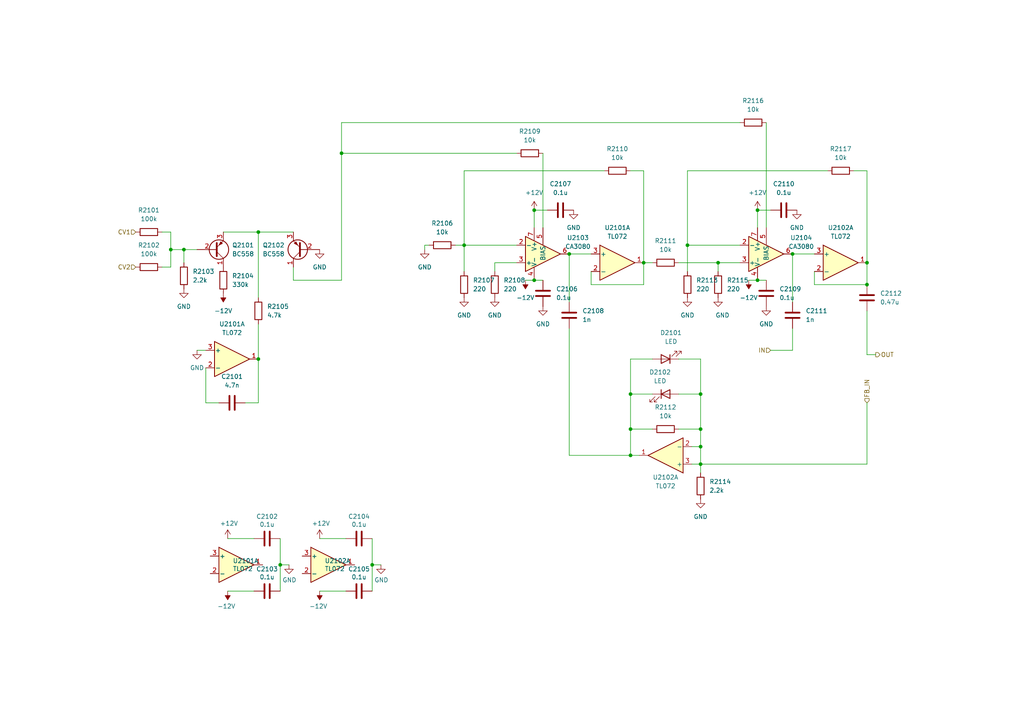
<source format=kicad_sch>
(kicad_sch (version 20211123) (generator eeschema)
  (paper "A4")
  (lib_symbols
    (symbol "Amplifier_Operational:CA3080" (pin_names (offset 0.127))
      (property "Reference" "U" (at 1.27 3.81 0))
      (property "Value" "CA3080" (at 1.27 -3.81 0))
      (symbol "CA3080_0_1"
        (polyline (pts (xy 5.08 0) (xy -5.08 -5.08) (xy -5.08 5.08) (xy 5.08 0)) (stroke (width 0.254)) (fill (type background)))
      )
      (symbol "CA3080_1_1"
        (pin no_connect line (at -2.54 2.54 270) (length 2.54) hide (name "NC") (number "1"))
        (pin input line (at -7.62 2.54 0) (length 2.54) (name "-") (number "2"))
        (pin input line (at -7.62 -2.54 0) (length 2.54) (name "+") (number "3"))
        (pin power_in line (at -2.54 -7.62 90) (length 3.81) (name "V-") (number "4"))
        (pin passive line (at 0 7.62 270) (length 5.08) (name "BIAS") (number "5"))
        (pin output line (at 7.62 0 180) (length 2.54) (name "~") (number "6"))
        (pin power_in line (at -2.54 7.62 270) (length 3.81) (name "V+") (number "7"))
        (pin no_connect line (at 0 2.54 270) (length 2.54) hide (name "NC") (number "8"))
      )
    )
    (symbol "Amplifier_Operational:TL072" (pin_names (offset 0.127))
      (property "Reference" "U" (at 0 5.08 0))
      (property "Value" "TL072" (at 0 -5.08 0))
      (symbol "TL072_1_1"
        (polyline (pts (xy -5.08 5.08) (xy 5.08 0) (xy -5.08 -5.08) (xy -5.08 5.08)) (stroke (width 0.254)) (fill (type background)))
        (pin output line (at 7.62 0 180) (length 2.54) (name "~") (number "1"))
        (pin input line (at -7.62 -2.54 0) (length 2.54) (name "-") (number "2"))
        (pin input line (at -7.62 2.54 0) (length 2.54) (name "+") (number "3"))
      )
      (symbol "TL072_2_1"
        (polyline (pts (xy -5.08 5.08) (xy 5.08 0) (xy -5.08 -5.08) (xy -5.08 5.08)) (stroke (width 0.254)) (fill (type background)))
        (pin input line (at -7.62 2.54 0) (length 2.54) (name "+") (number "5"))
        (pin input line (at -7.62 -2.54 0) (length 2.54) (name "-") (number "6"))
        (pin output line (at 7.62 0 180) (length 2.54) (name "~") (number "7"))
      )
      (symbol "TL072_3_1"
        (pin power_in line (at -2.54 -7.62 90) (length 3.81) (name "V-") (number "4"))
        (pin power_in line (at -2.54 7.62 270) (length 3.81) (name "V+") (number "8"))
      )
    )
    (symbol "Device:C" (pin_numbers hide) (pin_names (offset 0.254))
      (property "Reference" "C" (at 0.635 2.54 0))
      (property "Value" "C" (at 0.635 -2.54 0))
      (symbol "C_0_1"
        (polyline (pts (xy -2.032 -0.762) (xy 2.032 -0.762)) (stroke (width 0.508)))
        (polyline (pts (xy -2.032 0.762) (xy 2.032 0.762)) (stroke (width 0.508)))
      )
      (symbol "C_1_1"
        (pin passive line (at 0 3.81 270) (length 2.794) (name "~") (number "1"))
        (pin passive line (at 0 -3.81 90) (length 2.794) (name "~") (number "2"))
      )
    )
    (symbol "Device:LED" (pin_numbers hide) (pin_names (offset 1.016) hide)
      (property "Reference" "D" (at 0 2.54 0))
      (property "Value" "LED" (at 0 -2.54 0))
      (symbol "LED_0_1"
        (polyline (pts (xy -1.27 -1.27) (xy -1.27 1.27)) (stroke (width 0.254)))
        (polyline (pts (xy -1.27 0) (xy 1.27 0)))
        (polyline (pts (xy 1.27 -1.27) (xy 1.27 1.27) (xy -1.27 0) (xy 1.27 -1.27)) (stroke (width 0.254)))
        (polyline (pts (xy -3.048 -0.762) (xy -4.572 -2.286) (xy -3.81 -2.286) (xy -4.572 -2.286) (xy -4.572 -1.524)))
        (polyline (pts (xy -1.778 -0.762) (xy -3.302 -2.286) (xy -2.54 -2.286) (xy -3.302 -2.286) (xy -3.302 -1.524)))
      )
      (symbol "LED_1_1"
        (pin passive line (at -3.81 0 0) (length 2.54) (name "K") (number "1"))
        (pin passive line (at 3.81 0 180) (length 2.54) (name "A") (number "2"))
      )
    )
    (symbol "Device:R" (pin_numbers hide) (pin_names (offset 0))
      (property "Reference" "R" (at 2.032 0 90))
      (property "Value" "R" (at 0 0 90))
      (symbol "R_0_1"
        (rectangle (start -1.016 -2.54) (end 1.016 2.54) (stroke (width 0.254)))
      )
      (symbol "R_1_1"
        (pin passive line (at 0 3.81 270) (length 1.27) (name "~") (number "1"))
        (pin passive line (at 0 -3.81 90) (length 1.27) (name "~") (number "2"))
      )
    )
    (symbol "Transistor_BJT:BC558" (pin_names (offset 0) hide)
      (property "Reference" "Q" (at 5.08 1.905 0))
      (property "Value" "BC558" (at 5.08 0 0))
      (symbol "BC558_0_1"
        (polyline (pts (xy 0.635 0.635) (xy 2.54 2.54)))
        (polyline (pts (xy 0.635 -0.635) (xy 2.54 -2.54) (xy 2.54 -2.54)))
        (polyline (pts (xy 0.635 1.905) (xy 0.635 -1.905) (xy 0.635 -1.905)) (stroke (width 0.508)))
        (polyline (pts (xy 2.286 -1.778) (xy 1.778 -2.286) (xy 1.27 -1.27) (xy 2.286 -1.778) (xy 2.286 -1.778)) (fill (type outline)))
        (circle (center 1.27 0) (radius 2.8194) (stroke (width 0.254)))
      )
      (symbol "BC558_1_1"
        (pin passive line (at 2.54 5.08 270) (length 2.54) (name "C") (number "1"))
        (pin input line (at -5.08 0 0) (length 5.715) (name "B") (number "2"))
        (pin passive line (at 2.54 -5.08 90) (length 2.54) (name "E") (number "3"))
      )
    )
    (symbol "power:+12V" (power) (pin_names (offset 0))
      (property "Value" "+12V" (at 0 3.556 0))
      (symbol "+12V_0_1"
        (polyline (pts (xy -0.762 1.27) (xy 0 2.54)))
        (polyline (pts (xy 0 0) (xy 0 2.54)))
        (polyline (pts (xy 0 2.54) (xy 0.762 1.27)))
      )
      (symbol "+12V_1_1"
        (pin power_in line (at 0 0 90) (length 0) hide (name "+12V") (number "1"))
      )
    )
    (symbol "power:-12V" (power) (pin_names (offset 0))
      (property "Value" "-12V" (at 0 3.81 0))
      (symbol "-12V_0_0"
        (pin power_in line (at 0 0 90) (length 0) hide (name "-12V") (number "1"))
      )
      (symbol "-12V_0_1"
        (polyline (pts (xy 0 0) (xy 0 1.27) (xy 0.762 1.27) (xy 0 2.54) (xy -0.762 1.27) (xy 0 1.27)) (fill (type outline)))
      )
    )
    (symbol "power:GND" (power) (pin_names (offset 0))
      (property "Value" "GND" (at 0 -3.81 0))
      (symbol "GND_0_1"
        (polyline (pts (xy 0 0) (xy 0 -1.27) (xy 1.27 -1.27) (xy 0 -2.54) (xy -1.27 -1.27) (xy 0 -1.27)))
      )
      (symbol "GND_1_1"
        (pin power_in line (at 0 0 270) (length 0) hide (name "GND") (number "1"))
      )
    )
  )
  (junction (at 154.94 60.96))
  (junction (at 49.53 72.39))
  (junction (at 165.1 73.66))
  (junction (at 99.06 44.45))
  (junction (at 182.88 124.46))
  (junction (at 53.34 72.39))
  (junction (at 219.71 81.28))
  (junction (at 251.46 82.55))
  (junction (at 203.2 134.62))
  (junction (at 186.69 76.2))
  (junction (at 199.39 71.12))
  (junction (at 182.88 114.3))
  (junction (at 74.93 104.14))
  (junction (at 251.46 76.2))
  (junction (at 203.2 114.3))
  (junction (at 219.71 60.96))
  (junction (at 74.93 67.31))
  (junction (at 81.28 163.83))
  (junction (at 134.62 71.12))
  (junction (at 182.88 132.08))
  (junction (at 208.28 76.2))
  (junction (at 107.95 163.83))
  (junction (at 203.2 124.46))
  (junction (at 203.2 129.54))
  (junction (at 154.94 81.28))
  (junction (at 229.87 73.66))
  (wire (pts (xy 143.51 78.74) (xy 143.51 76.2)))
  (wire (pts (xy 49.53 77.47) (xy 46.99 77.47)))
  (wire (pts (xy 134.62 71.12) (xy 134.62 78.74)))
  (wire (pts (xy 203.2 129.54) (xy 203.2 134.62)))
  (wire (pts (xy 53.34 76.2) (xy 53.34 72.39)))
  (wire (pts (xy 251.46 49.53) (xy 251.46 76.2)))
  (wire (pts (xy 208.28 76.2) (xy 214.63 76.2)))
  (wire (pts (xy 85.09 77.47) (xy 85.09 81.28)))
  (wire (pts (xy 251.46 82.55) (xy 251.46 76.2)))
  (wire (pts (xy 251.46 116.84) (xy 251.46 134.62)))
  (wire (pts (xy 223.52 60.96) (xy 219.71 60.96)))
  (wire (pts (xy 59.69 116.84) (xy 63.5 116.84)))
  (wire (pts (xy 171.45 78.74) (xy 171.45 82.55)))
  (wire (pts (xy 229.87 101.6) (xy 223.52 101.6)))
  (wire (pts (xy 222.25 35.56) (xy 222.25 66.04)))
  (wire (pts (xy 152.4 81.28) (xy 154.94 81.28)))
  (wire (pts (xy 154.94 60.96) (xy 154.94 66.04)))
  (wire (pts (xy 100.33 156.21) (xy 92.71 156.21)))
  (wire (pts (xy 99.06 81.28) (xy 99.06 44.45)))
  (wire (pts (xy 199.39 71.12) (xy 214.63 71.12)))
  (wire (pts (xy 165.1 73.66) (xy 165.1 87.63)))
  (wire (pts (xy 214.63 35.56) (xy 99.06 35.56)))
  (wire (pts (xy 186.69 82.55) (xy 186.69 76.2)))
  (wire (pts (xy 186.69 49.53) (xy 186.69 76.2)))
  (wire (pts (xy 217.17 81.28) (xy 219.71 81.28)))
  (wire (pts (xy 229.87 73.66) (xy 229.87 87.63)))
  (wire (pts (xy 71.12 116.84) (xy 74.93 116.84)))
  (wire (pts (xy 154.94 81.28) (xy 157.48 81.28)))
  (wire (pts (xy 203.2 114.3) (xy 203.2 124.46)))
  (wire (pts (xy 196.85 114.3) (xy 203.2 114.3)))
  (wire (pts (xy 134.62 49.53) (xy 134.62 71.12)))
  (wire (pts (xy 66.04 171.45) (xy 73.66 171.45)))
  (wire (pts (xy 229.87 73.66) (xy 236.22 73.66)))
  (wire (pts (xy 236.22 82.55) (xy 251.46 82.55)))
  (wire (pts (xy 99.06 35.56) (xy 99.06 44.45)))
  (wire (pts (xy 73.66 156.21) (xy 66.04 156.21)))
  (wire (pts (xy 251.46 134.62) (xy 203.2 134.62)))
  (wire (pts (xy 182.88 104.14) (xy 189.23 104.14)))
  (wire (pts (xy 57.15 101.6) (xy 59.69 101.6)))
  (wire (pts (xy 74.93 116.84) (xy 74.93 104.14)))
  (wire (pts (xy 229.87 95.25) (xy 229.87 101.6)))
  (wire (pts (xy 165.1 95.25) (xy 165.1 132.08)))
  (wire (pts (xy 107.95 156.21) (xy 107.95 163.83)))
  (wire (pts (xy 165.1 132.08) (xy 182.88 132.08)))
  (wire (pts (xy 85.09 81.28) (xy 99.06 81.28)))
  (wire (pts (xy 182.88 49.53) (xy 186.69 49.53)))
  (wire (pts (xy 171.45 82.55) (xy 186.69 82.55)))
  (wire (pts (xy 203.2 129.54) (xy 200.66 129.54)))
  (wire (pts (xy 81.28 156.21) (xy 81.28 163.83)))
  (wire (pts (xy 143.51 76.2) (xy 149.86 76.2)))
  (wire (pts (xy 74.93 67.31) (xy 85.09 67.31)))
  (wire (pts (xy 240.03 49.53) (xy 199.39 49.53)))
  (wire (pts (xy 182.88 124.46) (xy 182.88 132.08)))
  (wire (pts (xy 81.28 163.83) (xy 81.28 171.45)))
  (wire (pts (xy 203.2 134.62) (xy 203.2 137.16)))
  (wire (pts (xy 81.28 163.83) (xy 83.82 163.83)))
  (wire (pts (xy 175.26 49.53) (xy 134.62 49.53)))
  (wire (pts (xy 196.85 124.46) (xy 203.2 124.46)))
  (wire (pts (xy 208.28 78.74) (xy 208.28 76.2)))
  (wire (pts (xy 196.85 76.2) (xy 208.28 76.2)))
  (wire (pts (xy 203.2 104.14) (xy 203.2 114.3)))
  (wire (pts (xy 189.23 76.2) (xy 186.69 76.2)))
  (wire (pts (xy 59.69 106.68) (xy 59.69 116.84)))
  (wire (pts (xy 182.88 104.14) (xy 182.88 114.3)))
  (wire (pts (xy 132.08 71.12) (xy 134.62 71.12)))
  (wire (pts (xy 165.1 73.66) (xy 171.45 73.66)))
  (wire (pts (xy 92.71 171.45) (xy 100.33 171.45)))
  (wire (pts (xy 64.77 67.31) (xy 74.93 67.31)))
  (wire (pts (xy 158.75 60.96) (xy 154.94 60.96)))
  (wire (pts (xy 157.48 44.45) (xy 157.48 66.04)))
  (wire (pts (xy 46.99 67.31) (xy 49.53 67.31)))
  (wire (pts (xy 74.93 93.98) (xy 74.93 104.14)))
  (wire (pts (xy 199.39 49.53) (xy 199.39 71.12)))
  (wire (pts (xy 251.46 90.17) (xy 251.46 102.87)))
  (wire (pts (xy 49.53 67.31) (xy 49.53 72.39)))
  (wire (pts (xy 219.71 60.96) (xy 219.71 66.04)))
  (wire (pts (xy 49.53 72.39) (xy 49.53 77.47)))
  (wire (pts (xy 203.2 124.46) (xy 203.2 129.54)))
  (wire (pts (xy 182.88 114.3) (xy 189.23 114.3)))
  (wire (pts (xy 74.93 67.31) (xy 74.93 86.36)))
  (wire (pts (xy 149.86 71.12) (xy 134.62 71.12)))
  (wire (pts (xy 107.95 163.83) (xy 110.49 163.83)))
  (wire (pts (xy 123.19 71.12) (xy 123.19 72.39)))
  (wire (pts (xy 219.71 81.28) (xy 222.25 81.28)))
  (wire (pts (xy 99.06 44.45) (xy 149.86 44.45)))
  (wire (pts (xy 182.88 132.08) (xy 185.42 132.08)))
  (wire (pts (xy 182.88 124.46) (xy 189.23 124.46)))
  (wire (pts (xy 203.2 134.62) (xy 200.66 134.62)))
  (wire (pts (xy 251.46 102.87) (xy 254 102.87)))
  (wire (pts (xy 199.39 71.12) (xy 199.39 78.74)))
  (wire (pts (xy 107.95 163.83) (xy 107.95 171.45)))
  (wire (pts (xy 247.65 49.53) (xy 251.46 49.53)))
  (wire (pts (xy 49.53 72.39) (xy 53.34 72.39)))
  (wire (pts (xy 124.46 71.12) (xy 123.19 71.12)))
  (wire (pts (xy 182.88 114.3) (xy 182.88 124.46)))
  (wire (pts (xy 53.34 72.39) (xy 57.15 72.39)))
  (wire (pts (xy 236.22 78.74) (xy 236.22 82.55)))
  (wire (pts (xy 196.85 104.14) (xy 203.2 104.14)))
  (hierarchical_label "CV2" (shape input) (at 39.37 77.47 180))
  (hierarchical_label "IN" (shape input) (at 223.52 101.6 180))
  (hierarchical_label "FB_IN" (shape input) (at 251.46 116.84 90))
  (hierarchical_label "CV1" (shape input) (at 39.37 67.31 180))
  (hierarchical_label "OUT" (shape output) (at 254 102.87 0))
  (symbol (lib_id "Device:R") (at 43.18 67.31 90)
    (property "Reference" "R2101" (at 43.18 60.96 90))
    (property "Value" "100k" (at 43.18 63.5 90))
    (property "Footprint" "Resistor_THT:R_Axial_DIN0207_L6.3mm_D2.5mm_P7.62mm_Horizontal" (effects hide))
  )
  (symbol (lib_id "Device:R") (at 203.2 140.97 180)
    (property "Reference" "R2114" (at 205.74 139.6999 0) (effects (justify right)))
    (property "Value" "2.2k" (at 205.74 142.2399 0) (effects (justify right)))
    (property "Footprint" "Resistor_THT:R_Axial_DIN0207_L6.3mm_D2.5mm_P7.62mm_Horizontal" (effects hide))
  )
  (symbol (lib_id "Device:R") (at 143.51 82.55 0)
    (property "Reference" "R2108" (at 146.05 81.2799 0) (effects (justify left)))
    (property "Value" "220" (at 146.05 83.8199 0) (effects (justify left)))
    (property "Footprint" "Resistor_THT:R_Axial_DIN0207_L6.3mm_D2.5mm_P7.62mm_Horizontal" (effects hide))
  )
  (symbol (lib_id "Device:C") (at 165.1 91.44 0)
    (property "Reference" "C2108" (at 168.91 90.1699 0) (effects (justify left)))
    (property "Value" "1n" (at 168.91 92.7099 0) (effects (justify left)))
    (property "Footprint" "Capacitor_THT:C_Disc_D5.0mm_W2.5mm_P5.00mm" (effects hide))
  )
  (symbol (lib_id "Device:C") (at 222.25 85.09 180)
    (property "Reference" "C2109" (at 226.06 83.8199 0) (effects (justify right)))
    (property "Value" "0.1u" (at 226.06 86.3599 0) (effects (justify right)))
    (property "Footprint" "Capacitor_THT:C_Disc_D5.0mm_W2.5mm_P5.00mm" (effects hide))
  )
  (symbol (lib_id "power:GND") (at 134.62 86.36 0)
    (property "Reference" "#PWR02112" (effects hide))
    (property "Value" "GND" (at 134.62 91.44 0))
  )
  (symbol (lib_id "power:GND") (at 199.39 86.36 0)
    (property "Reference" "#PWR02118" (effects hide))
    (property "Value" "GND" (at 199.39 91.44 0))
  )
  (symbol (lib_id "Amplifier_Operational:TL072") (at 193.04 132.08 180)
    (property "Reference" "U2102" (at 193.04 138.43 0))
    (property "Value" "TL072" (at 193.04 140.97 0))
    (property "Footprint" "Package_DIP:DIP-8_W7.62mm_Socket" (effects hide))
    (property "Datasheet" "http://www.ti.com/lit/ds/symlink/tl071.pdf" (effects hide))
  )
  (symbol (lib_id "Device:R") (at 128.27 71.12 90)
    (property "Reference" "R2106" (at 128.27 64.77 90))
    (property "Value" "10k" (at 128.27 67.31 90))
    (property "Footprint" "Resistor_THT:R_Axial_DIN0207_L6.3mm_D2.5mm_P7.62mm_Horizontal" (effects hide))
  )
  (symbol (lib_id "Device:R") (at 199.39 82.55 0)
    (property "Reference" "R2113" (at 201.93 81.2799 0) (effects (justify left)))
    (property "Value" "220" (at 201.93 83.8199 0) (effects (justify left)))
    (property "Footprint" "Resistor_THT:R_Axial_DIN0207_L6.3mm_D2.5mm_P7.62mm_Horizontal" (effects hide))
  )
  (symbol (lib_id "Transistor_BJT:BC558") (at 87.63 72.39 180)
    (property "Reference" "Q2102" (at 82.55 71.1199 0) (effects (justify left)))
    (property "Value" "BC558" (at 82.55 73.6599 0) (effects (justify left)))
    (property "Footprint" "Package_TO_SOT_THT:TO-92_HandSolder" (effects hide))
    (property "Datasheet" "https://www.onsemi.com/pub/Collateral/BC556BTA-D.pdf" (effects hide))
  )
  (symbol (lib_id "Device:C") (at 229.87 91.44 0)
    (property "Reference" "C2111" (at 233.68 90.1699 0) (effects (justify left)))
    (property "Value" "1n" (at 233.68 92.7099 0) (effects (justify left)))
    (property "Footprint" "Capacitor_THT:C_Disc_D5.0mm_W2.5mm_P5.00mm" (effects hide))
  )
  (symbol (lib_id "Device:LED") (at 193.04 104.14 180)
    (property "Reference" "D2101" (at 194.6275 96.52 0))
    (property "Value" "LED" (at 194.6275 99.06 0))
    (property "Footprint" "LED_THT:LED_D5.0mm" (effects hide))
  )
  (symbol (lib_id "Device:C") (at 157.48 85.09 180)
    (property "Reference" "C2106" (at 161.29 83.8199 0) (effects (justify right)))
    (property "Value" "0.1u" (at 161.29 86.3599 0) (effects (justify right)))
    (property "Footprint" "Capacitor_THT:C_Disc_D5.0mm_W2.5mm_P5.00mm" (effects hide))
  )
  (symbol (lib_id "power:GND") (at 83.82 163.83 0)
    (property "Reference" "#PWR02106" (effects hide))
    (property "Value" "GND" (at 83.947 168.2242 0))
  )
  (symbol (lib_id "Device:R") (at 179.07 49.53 90)
    (property "Reference" "R2110" (at 179.07 43.18 90))
    (property "Value" "10k" (at 179.07 45.72 90))
    (property "Footprint" "Resistor_THT:R_Axial_DIN0207_L6.3mm_D2.5mm_P7.62mm_Horizontal" (effects hide))
  )
  (symbol (lib_id "power:GND") (at 57.15 101.6 0)
    (property "Reference" "#PWR02102" (effects hide))
    (property "Value" "GND" (at 57.15 106.68 0))
  )
  (symbol (lib_id "Amplifier_Operational:CA3080") (at 222.25 73.66 0)
    (property "Reference" "U2104" (at 232.41 68.961 0))
    (property "Value" "CA3080" (at 232.41 71.501 0))
    (property "Footprint" "Package_DIP:DIP-8_W7.62mm_Socket" (effects hide))
    (property "Datasheet" "http://www.intersil.com/content/dam/Intersil/documents/ca30/ca3080-a.pdf" (effects hide))
  )
  (symbol (lib_id "power:-12V") (at 152.4 81.28 180)
    (property "Reference" "#PWR02114" (effects hide))
    (property "Value" "-12V" (at 152.4 86.36 0))
  )
  (symbol (lib_id "power:-12V") (at 92.71 171.45 180)
    (property "Reference" "#PWR02109" (effects hide))
    (property "Value" "-12V" (at 92.329 175.8442 0))
  )
  (symbol (lib_id "Amplifier_Operational:TL072") (at 243.84 76.2 0)
    (property "Reference" "U2102" (at 243.84 66.04 0))
    (property "Value" "TL072" (at 243.84 68.58 0))
    (property "Footprint" "Package_DIP:DIP-8_W7.62mm_Socket" (effects hide))
    (property "Datasheet" "http://www.ti.com/lit/ds/symlink/tl071.pdf" (effects hide))
  )
  (symbol (lib_id "Device:R") (at 153.67 44.45 90)
    (property "Reference" "R2109" (at 153.67 38.1 90))
    (property "Value" "10k" (at 153.67 40.64 90))
    (property "Footprint" "Resistor_THT:R_Axial_DIN0207_L6.3mm_D2.5mm_P7.62mm_Horizontal" (effects hide))
  )
  (symbol (lib_id "Amplifier_Operational:TL072") (at 95.25 163.83 0)
    (property "Reference" "U2102" (at 94.1832 162.6616 0) (effects (justify left)))
    (property "Value" "TL072" (at 94.1832 164.973 0) (effects (justify left)))
    (property "Footprint" "Package_DIP:DIP-8_W7.62mm_Socket" (effects hide))
    (property "Datasheet" "http://www.ti.com/lit/ds/symlink/tl071.pdf" (effects hide))
  )
  (symbol (lib_id "Device:C") (at 77.47 156.21 90)
    (property "Reference" "C2102" (at 77.47 149.8092 90))
    (property "Value" "0.1u" (at 77.47 152.1206 90))
    (property "Footprint" "Capacitor_THT:C_Disc_D5.0mm_W2.5mm_P5.00mm" (effects hide))
  )
  (symbol (lib_id "Device:R") (at 193.04 124.46 90)
    (property "Reference" "R2112" (at 193.04 118.11 90))
    (property "Value" "10k" (at 193.04 120.65 90))
    (property "Footprint" "Resistor_THT:R_Axial_DIN0207_L6.3mm_D2.5mm_P7.62mm_Horizontal" (effects hide))
  )
  (symbol (lib_id "power:+12V") (at 92.71 156.21 0)
    (property "Reference" "#PWR02108" (effects hide))
    (property "Value" "+12V" (at 93.091 151.8158 0))
  )
  (symbol (lib_id "power:GND") (at 208.28 86.36 0)
    (property "Reference" "#PWR02120" (effects hide))
    (property "Value" "GND" (at 209.55 91.44 0))
  )
  (symbol (lib_id "power:GND") (at 166.37 60.96 0)
    (property "Reference" "#PWR02117" (effects hide))
    (property "Value" "GND" (at 166.37 66.04 0))
  )
  (symbol (lib_id "Device:R") (at 193.04 76.2 90)
    (property "Reference" "R2111" (at 193.04 69.85 90))
    (property "Value" "10k" (at 193.04 72.39 90))
    (property "Footprint" "Resistor_THT:R_Axial_DIN0207_L6.3mm_D2.5mm_P7.62mm_Horizontal" (effects hide))
  )
  (symbol (lib_id "Device:C") (at 104.14 171.45 90)
    (property "Reference" "C2105" (at 104.14 165.0492 90))
    (property "Value" "0.1u" (at 104.14 167.3606 90))
    (property "Footprint" "Capacitor_THT:C_Disc_D5.0mm_W2.5mm_P5.00mm" (effects hide))
  )
  (symbol (lib_id "Device:R") (at 243.84 49.53 90)
    (property "Reference" "R2117" (at 243.84 43.18 90))
    (property "Value" "10k" (at 243.84 45.72 90))
    (property "Footprint" "Resistor_THT:R_Axial_DIN0207_L6.3mm_D2.5mm_P7.62mm_Horizontal" (effects hide))
  )
  (symbol (lib_id "Device:C") (at 104.14 156.21 90)
    (property "Reference" "C2104" (at 104.14 149.8092 90))
    (property "Value" "0.1u" (at 104.14 152.1206 90))
    (property "Footprint" "Capacitor_THT:C_Disc_D5.0mm_W2.5mm_P5.00mm" (effects hide))
  )
  (symbol (lib_id "power:GND") (at 203.2 144.78 0)
    (property "Reference" "#PWR02119" (effects hide))
    (property "Value" "GND" (at 203.2 149.86 0))
  )
  (symbol (lib_id "Device:R") (at 208.28 82.55 0)
    (property "Reference" "R2115" (at 210.82 81.2799 0) (effects (justify left)))
    (property "Value" "220" (at 210.82 83.8199 0) (effects (justify left)))
    (property "Footprint" "Resistor_THT:R_Axial_DIN0207_L6.3mm_D2.5mm_P7.62mm_Horizontal" (effects hide))
  )
  (symbol (lib_id "power:GND") (at 231.14 60.96 0)
    (property "Reference" "#PWR02124" (effects hide))
    (property "Value" "GND" (at 231.14 66.04 0))
  )
  (symbol (lib_id "power:GND") (at 92.71 72.39 0)
    (property "Reference" "#PWR02107" (effects hide))
    (property "Value" "GND" (at 92.71 77.47 0))
  )
  (symbol (lib_id "Device:C") (at 227.33 60.96 270)
    (property "Reference" "C2110" (at 227.33 53.34 90))
    (property "Value" "0.1u" (at 227.33 55.88 90))
    (property "Footprint" "Capacitor_THT:C_Disc_D5.0mm_W2.5mm_P5.00mm" (effects hide))
  )
  (symbol (lib_id "Device:R") (at 134.62 82.55 0)
    (property "Reference" "R2107" (at 137.16 81.2799 0) (effects (justify left)))
    (property "Value" "220" (at 137.16 83.8199 0) (effects (justify left)))
    (property "Footprint" "Resistor_THT:R_Axial_DIN0207_L6.3mm_D2.5mm_P7.62mm_Horizontal" (effects hide))
  )
  (symbol (lib_id "Device:C") (at 67.31 116.84 90)
    (property "Reference" "C2101" (at 67.31 109.22 90))
    (property "Value" "4.7n" (at 67.31 111.76 90))
    (property "Footprint" "Capacitor_THT:C_Disc_D5.0mm_W2.5mm_P5.00mm" (effects hide))
  )
  (symbol (lib_id "Device:R") (at 74.93 90.17 0)
    (property "Reference" "R2105" (at 77.47 88.8999 0) (effects (justify left)))
    (property "Value" "4.7k" (at 77.47 91.4399 0) (effects (justify left)))
    (property "Footprint" "Resistor_THT:R_Axial_DIN0207_L6.3mm_D2.5mm_P7.62mm_Horizontal" (effects hide))
  )
  (symbol (lib_id "Transistor_BJT:BC558") (at 62.23 72.39 0) (mirror x)
    (property "Reference" "Q2101" (at 67.31 71.1199 0) (effects (justify left)))
    (property "Value" "BC558" (at 67.31 73.6599 0) (effects (justify left)))
    (property "Footprint" "Package_TO_SOT_THT:TO-92_HandSolder" (effects hide))
    (property "Datasheet" "https://www.onsemi.com/pub/Collateral/BC556BTA-D.pdf" (effects hide))
  )
  (symbol (lib_id "power:GND") (at 110.49 163.83 0)
    (property "Reference" "#PWR02110" (effects hide))
    (property "Value" "GND" (at 110.617 168.2242 0))
  )
  (symbol (lib_id "Amplifier_Operational:TL072") (at 67.31 104.14 0)
    (property "Reference" "U2101" (at 67.31 93.98 0))
    (property "Value" "TL072" (at 67.31 96.52 0))
    (property "Footprint" "Package_DIP:DIP-8_W7.62mm_Socket" (effects hide))
    (property "Datasheet" "http://www.ti.com/lit/ds/symlink/tl071.pdf" (effects hide))
  )
  (symbol (lib_id "power:GND") (at 123.19 72.39 0)
    (property "Reference" "#PWR02111" (effects hide))
    (property "Value" "GND" (at 123.19 77.47 0))
  )
  (symbol (lib_id "power:GND") (at 143.51 86.36 0)
    (property "Reference" "#PWR02113" (effects hide))
    (property "Value" "GND" (at 143.51 91.44 0))
  )
  (symbol (lib_id "power:GND") (at 222.25 88.9 0)
    (property "Reference" "#PWR02123" (effects hide))
    (property "Value" "GND" (at 222.25 93.98 0))
  )
  (symbol (lib_id "power:GND") (at 157.48 88.9 0)
    (property "Reference" "#PWR02116" (effects hide))
    (property "Value" "GND" (at 157.48 93.98 0))
  )
  (symbol (lib_id "Device:R") (at 53.34 80.01 0)
    (property "Reference" "R2103" (at 55.88 78.7399 0) (effects (justify left)))
    (property "Value" "2.2k" (at 55.88 81.2799 0) (effects (justify left)))
    (property "Footprint" "Resistor_THT:R_Axial_DIN0207_L6.3mm_D2.5mm_P7.62mm_Horizontal" (effects hide))
  )
  (symbol (lib_id "Device:R") (at 218.44 35.56 90)
    (property "Reference" "R2116" (at 218.44 29.21 90))
    (property "Value" "10k" (at 218.44 31.75 90))
    (property "Footprint" "Resistor_THT:R_Axial_DIN0207_L6.3mm_D2.5mm_P7.62mm_Horizontal" (effects hide))
  )
  (symbol (lib_id "power:+12V") (at 219.71 60.96 0)
    (property "Reference" "#PWR02122" (effects hide))
    (property "Value" "+12V" (at 219.71 55.88 0))
  )
  (symbol (lib_id "Amplifier_Operational:TL072") (at 179.07 76.2 0)
    (property "Reference" "U2101" (at 179.07 66.04 0))
    (property "Value" "TL072" (at 179.07 68.58 0))
    (property "Footprint" "Package_DIP:DIP-8_W7.62mm_Socket" (effects hide))
    (property "Datasheet" "http://www.ti.com/lit/ds/symlink/tl071.pdf" (effects hide))
  )
  (symbol (lib_id "Device:R") (at 64.77 81.28 0)
    (property "Reference" "R2104" (at 67.31 80.0099 0) (effects (justify left)))
    (property "Value" "330k" (at 67.31 82.5499 0) (effects (justify left)))
    (property "Footprint" "Resistor_THT:R_Axial_DIN0207_L6.3mm_D2.5mm_P7.62mm_Horizontal" (effects hide))
  )
  (symbol (lib_id "Device:C") (at 162.56 60.96 270)
    (property "Reference" "C2107" (at 162.56 53.34 90))
    (property "Value" "0.1u" (at 162.56 55.88 90))
    (property "Footprint" "Capacitor_THT:C_Disc_D5.0mm_W2.5mm_P5.00mm" (effects hide))
  )
  (symbol (lib_id "power:GND") (at 53.34 83.82 0)
    (property "Reference" "#PWR02101" (effects hide))
    (property "Value" "GND" (at 53.34 88.9 0))
  )
  (symbol (lib_id "power:-12V") (at 64.77 85.09 180)
    (property "Reference" "#PWR02103" (effects hide))
    (property "Value" "-12V" (at 64.77 90.17 0))
  )
  (symbol (lib_id "Device:LED") (at 193.04 114.3 0)
    (property "Reference" "D2102" (at 191.4525 107.95 0))
    (property "Value" "LED" (at 191.4525 110.49 0))
    (property "Footprint" "LED_THT:LED_D5.0mm" (effects hide))
  )
  (symbol (lib_id "power:+12V") (at 154.94 60.96 0)
    (property "Reference" "#PWR02115" (effects hide))
    (property "Value" "+12V" (at 154.94 55.88 0))
  )
  (symbol (lib_id "Device:R") (at 43.18 77.47 90)
    (property "Reference" "R2102" (at 43.18 71.12 90))
    (property "Value" "100k" (at 43.18 73.66 90))
    (property "Footprint" "Resistor_THT:R_Axial_DIN0207_L6.3mm_D2.5mm_P7.62mm_Horizontal" (effects hide))
  )
  (symbol (lib_id "power:-12V") (at 66.04 171.45 180)
    (property "Reference" "#PWR02105" (effects hide))
    (property "Value" "-12V" (at 65.659 175.8442 0))
  )
  (symbol (lib_id "Amplifier_Operational:TL072") (at 68.58 163.83 0)
    (property "Reference" "U2101" (at 67.5132 162.6616 0) (effects (justify left)))
    (property "Value" "TL072" (at 67.5132 164.973 0) (effects (justify left)))
    (property "Footprint" "Package_DIP:DIP-8_W7.62mm_Socket" (effects hide))
    (property "Datasheet" "http://www.ti.com/lit/ds/symlink/tl071.pdf" (effects hide))
  )
  (symbol (lib_id "Amplifier_Operational:CA3080") (at 157.48 73.66 0)
    (property "Reference" "U2103" (at 167.64 68.961 0))
    (property "Value" "CA3080" (at 167.64 71.501 0))
    (property "Footprint" "Package_DIP:DIP-8_W7.62mm_Socket" (effects hide))
    (property "Datasheet" "http://www.intersil.com/content/dam/Intersil/documents/ca30/ca3080-a.pdf" (effects hide))
  )
  (symbol (lib_id "Device:C") (at 251.46 86.36 0)
    (property "Reference" "C2112" (at 255.27 85.0899 0) (effects (justify left)))
    (property "Value" "0.47u" (at 255.27 87.6299 0) (effects (justify left)))
    (property "Footprint" "Capacitor_THT:C_Disc_D5.0mm_W2.5mm_P5.00mm" (effects hide))
  )
  (symbol (lib_id "power:-12V") (at 217.17 81.28 180)
    (property "Reference" "#PWR02121" (effects hide))
    (property "Value" "-12V" (at 217.17 86.36 0))
  )
  (symbol (lib_id "power:+12V") (at 66.04 156.21 0)
    (property "Reference" "#PWR02104" (effects hide))
    (property "Value" "+12V" (at 66.421 151.8158 0))
  )
  (symbol (lib_id "Device:C") (at 77.47 171.45 90)
    (property "Reference" "C2103" (at 77.47 165.0492 90))
    (property "Value" "0.1u" (at 77.47 167.3606 90))
    (property "Footprint" "Capacitor_THT:C_Disc_D5.0mm_W2.5mm_P5.00mm" (effects hide))
  )
)
</source>
